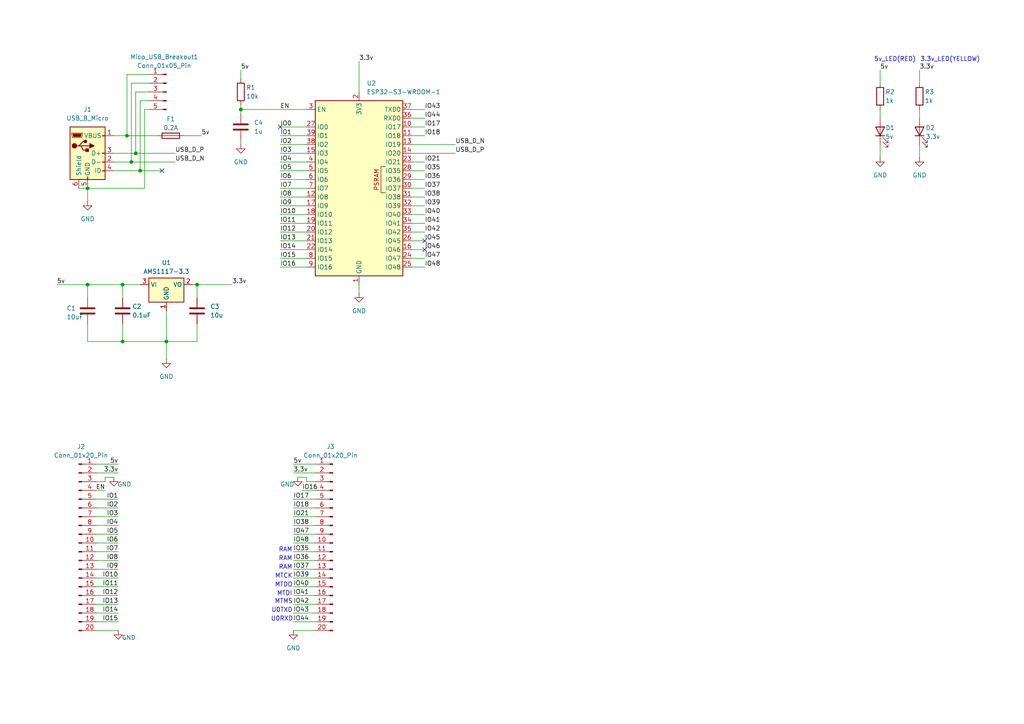
<source format=kicad_sch>
(kicad_sch (version 20231120) (generator "eeschema") (generator_version "8.0")
  (paper "A4")
  (lib_symbols
    (symbol "Connector:Conn_01x05_Pin" (pin_names (offset 1.016) hide)
      (property "Reference" "J" (at 0 7.62 0))
      (property "Value" "Conn_01x05_Pin" (at 0 -7.62 0))
      (symbol "Conn_01x05_Pin_1_1"
        (polyline (pts (xy 1.27 -5.08) (xy 0.8636 -5.08)) (stroke (width 0.1524)))
        (polyline (pts (xy 1.27 -2.54) (xy 0.8636 -2.54)) (stroke (width 0.1524)))
        (polyline (pts (xy 1.27 0) (xy 0.8636 0)) (stroke (width 0.1524)))
        (polyline (pts (xy 1.27 2.54) (xy 0.8636 2.54)) (stroke (width 0.1524)))
        (polyline (pts (xy 1.27 5.08) (xy 0.8636 5.08)) (stroke (width 0.1524)))
        (rectangle (start 0.8636 -4.953) (end 0 -5.207) (stroke (width 0.1524)) (fill (type outline)))
        (rectangle (start 0.8636 -2.413) (end 0 -2.667) (stroke (width 0.1524)) (fill (type outline)))
        (rectangle (start 0.8636 0.127) (end 0 -0.127) (stroke (width 0.1524)) (fill (type outline)))
        (rectangle (start 0.8636 2.667) (end 0 2.413) (stroke (width 0.1524)) (fill (type outline)))
        (rectangle (start 0.8636 5.207) (end 0 4.953) (stroke (width 0.1524)) (fill (type outline)))
        (pin passive line (at 5.08 5.08 180) (length 3.81) (name "Pin_1") (number "1"))
        (pin passive line (at 5.08 2.54 180) (length 3.81) (name "Pin_2") (number "2"))
        (pin passive line (at 5.08 0 180) (length 3.81) (name "Pin_3") (number "3"))
        (pin passive line (at 5.08 -2.54 180) (length 3.81) (name "Pin_4") (number "4"))
        (pin passive line (at 5.08 -5.08 180) (length 3.81) (name "Pin_5") (number "5"))
      )
    )
    (symbol "Connector:Conn_01x20_Pin" (pin_names (offset 1.016) hide)
      (property "Reference" "J" (at 0 25.4 0))
      (property "Value" "Conn_01x20_Pin" (at 0 -27.94 0))
      (symbol "Conn_01x20_Pin_1_1"
        (polyline (pts (xy 1.27 -25.4) (xy 0.8636 -25.4)) (stroke (width 0.1524)))
        (polyline (pts (xy 1.27 -22.86) (xy 0.8636 -22.86)) (stroke (width 0.1524)))
        (polyline (pts (xy 1.27 -20.32) (xy 0.8636 -20.32)) (stroke (width 0.1524)))
        (polyline (pts (xy 1.27 -17.78) (xy 0.8636 -17.78)) (stroke (width 0.1524)))
        (polyline (pts (xy 1.27 -15.24) (xy 0.8636 -15.24)) (stroke (width 0.1524)))
        (polyline (pts (xy 1.27 -12.7) (xy 0.8636 -12.7)) (stroke (width 0.1524)))
        (polyline (pts (xy 1.27 -10.16) (xy 0.8636 -10.16)) (stroke (width 0.1524)))
        (polyline (pts (xy 1.27 -7.62) (xy 0.8636 -7.62)) (stroke (width 0.1524)))
        (polyline (pts (xy 1.27 -5.08) (xy 0.8636 -5.08)) (stroke (width 0.1524)))
        (polyline (pts (xy 1.27 -2.54) (xy 0.8636 -2.54)) (stroke (width 0.1524)))
        (polyline (pts (xy 1.27 0) (xy 0.8636 0)) (stroke (width 0.1524)))
        (polyline (pts (xy 1.27 2.54) (xy 0.8636 2.54)) (stroke (width 0.1524)))
        (polyline (pts (xy 1.27 5.08) (xy 0.8636 5.08)) (stroke (width 0.1524)))
        (polyline (pts (xy 1.27 7.62) (xy 0.8636 7.62)) (stroke (width 0.1524)))
        (polyline (pts (xy 1.27 10.16) (xy 0.8636 10.16)) (stroke (width 0.1524)))
        (polyline (pts (xy 1.27 12.7) (xy 0.8636 12.7)) (stroke (width 0.1524)))
        (polyline (pts (xy 1.27 15.24) (xy 0.8636 15.24)) (stroke (width 0.1524)))
        (polyline (pts (xy 1.27 17.78) (xy 0.8636 17.78)) (stroke (width 0.1524)))
        (polyline (pts (xy 1.27 20.32) (xy 0.8636 20.32)) (stroke (width 0.1524)))
        (polyline (pts (xy 1.27 22.86) (xy 0.8636 22.86)) (stroke (width 0.1524)))
        (rectangle (start 0.8636 -25.273) (end 0 -25.527) (stroke (width 0.1524)) (fill (type outline)))
        (rectangle (start 0.8636 -22.733) (end 0 -22.987) (stroke (width 0.1524)) (fill (type outline)))
        (rectangle (start 0.8636 -20.193) (end 0 -20.447) (stroke (width 0.1524)) (fill (type outline)))
        (rectangle (start 0.8636 -17.653) (end 0 -17.907) (stroke (width 0.1524)) (fill (type outline)))
        (rectangle (start 0.8636 -15.113) (end 0 -15.367) (stroke (width 0.1524)) (fill (type outline)))
        (rectangle (start 0.8636 -12.573) (end 0 -12.827) (stroke (width 0.1524)) (fill (type outline)))
        (rectangle (start 0.8636 -10.033) (end 0 -10.287) (stroke (width 0.1524)) (fill (type outline)))
        (rectangle (start 0.8636 -7.493) (end 0 -7.747) (stroke (width 0.1524)) (fill (type outline)))
        (rectangle (start 0.8636 -4.953) (end 0 -5.207) (stroke (width 0.1524)) (fill (type outline)))
        (rectangle (start 0.8636 -2.413) (end 0 -2.667) (stroke (width 0.1524)) (fill (type outline)))
        (rectangle (start 0.8636 0.127) (end 0 -0.127) (stroke (width 0.1524)) (fill (type outline)))
        (rectangle (start 0.8636 2.667) (end 0 2.413) (stroke (width 0.1524)) (fill (type outline)))
        (rectangle (start 0.8636 5.207) (end 0 4.953) (stroke (width 0.1524)) (fill (type outline)))
        (rectangle (start 0.8636 7.747) (end 0 7.493) (stroke (width 0.1524)) (fill (type outline)))
        (rectangle (start 0.8636 10.287) (end 0 10.033) (stroke (width 0.1524)) (fill (type outline)))
        (rectangle (start 0.8636 12.827) (end 0 12.573) (stroke (width 0.1524)) (fill (type outline)))
        (rectangle (start 0.8636 15.367) (end 0 15.113) (stroke (width 0.1524)) (fill (type outline)))
        (rectangle (start 0.8636 17.907) (end 0 17.653) (stroke (width 0.1524)) (fill (type outline)))
        (rectangle (start 0.8636 20.447) (end 0 20.193) (stroke (width 0.1524)) (fill (type outline)))
        (rectangle (start 0.8636 22.987) (end 0 22.733) (stroke (width 0.1524)) (fill (type outline)))
        (pin passive line (at 5.08 22.86 180) (length 3.81) (name "Pin_1") (number "1"))
        (pin passive line (at 5.08 0 180) (length 3.81) (name "Pin_10") (number "10"))
        (pin passive line (at 5.08 -2.54 180) (length 3.81) (name "Pin_11") (number "11"))
        (pin passive line (at 5.08 -5.08 180) (length 3.81) (name "Pin_12") (number "12"))
        (pin passive line (at 5.08 -7.62 180) (length 3.81) (name "Pin_13") (number "13"))
        (pin passive line (at 5.08 -10.16 180) (length 3.81) (name "Pin_14") (number "14"))
        (pin passive line (at 5.08 -12.7 180) (length 3.81) (name "Pin_15") (number "15"))
        (pin passive line (at 5.08 -15.24 180) (length 3.81) (name "Pin_16") (number "16"))
        (pin passive line (at 5.08 -17.78 180) (length 3.81) (name "Pin_17") (number "17"))
        (pin passive line (at 5.08 -20.32 180) (length 3.81) (name "Pin_18") (number "18"))
        (pin passive line (at 5.08 -22.86 180) (length 3.81) (name "Pin_19") (number "19"))
        (pin passive line (at 5.08 20.32 180) (length 3.81) (name "Pin_2") (number "2"))
        (pin passive line (at 5.08 -25.4 180) (length 3.81) (name "Pin_20") (number "20"))
        (pin passive line (at 5.08 17.78 180) (length 3.81) (name "Pin_3") (number "3"))
        (pin passive line (at 5.08 15.24 180) (length 3.81) (name "Pin_4") (number "4"))
        (pin passive line (at 5.08 12.7 180) (length 3.81) (name "Pin_5") (number "5"))
        (pin passive line (at 5.08 10.16 180) (length 3.81) (name "Pin_6") (number "6"))
        (pin passive line (at 5.08 7.62 180) (length 3.81) (name "Pin_7") (number "7"))
        (pin passive line (at 5.08 5.08 180) (length 3.81) (name "Pin_8") (number "8"))
        (pin passive line (at 5.08 2.54 180) (length 3.81) (name "Pin_9") (number "9"))
      )
    )
    (symbol "Connector:USB_B_Micro" (pin_names (offset 1.016))
      (property "Reference" "J" (at -5.08 11.43 0))
      (property "Value" "USB_B_Micro" (at -5.08 8.89 0))
      (symbol "USB_B_Micro_0_1"
        (rectangle (start -5.08 -7.62) (end 5.08 7.62) (stroke (width 0.254)) (fill (type background)))
        (circle (center -3.81 2.159) (radius 0.635) (stroke (width 0.254)) (fill (type outline)))
        (circle (center -0.635 3.429) (radius 0.381) (stroke (width 0.254)) (fill (type outline)))
        (rectangle (start -0.127 -7.62) (end 0.127 -6.858))
        (polyline (pts (xy -1.905 2.159) (xy 0.635 2.159)) (stroke (width 0.254)))
        (polyline (pts (xy -3.175 2.159) (xy -2.54 2.159) (xy -1.27 3.429) (xy -0.635 3.429)) (stroke (width 0.254)))
        (polyline (pts (xy -2.54 2.159) (xy -1.905 2.159) (xy -1.27 0.889) (xy 0 0.889)) (stroke (width 0.254)))
        (polyline (pts (xy 0.635 2.794) (xy 0.635 1.524) (xy 1.905 2.159) (xy 0.635 2.794)) (stroke (width 0.254)) (fill (type outline)))
        (polyline (pts (xy -4.318 5.588) (xy -1.778 5.588) (xy -2.032 4.826) (xy -4.064 4.826) (xy -4.318 5.588)) (fill (type outline)))
        (polyline (pts (xy -4.699 5.842) (xy -4.699 5.588) (xy -4.445 4.826) (xy -4.445 4.572) (xy -1.651 4.572) (xy -1.651 4.826) (xy -1.397 5.588) (xy -1.397 5.842) (xy -4.699 5.842)))
        (rectangle (start 0.254 1.27) (end -0.508 0.508) (stroke (width 0.254)) (fill (type outline)))
        (rectangle (start 5.08 -5.207) (end 4.318 -4.953))
        (rectangle (start 5.08 -2.667) (end 4.318 -2.413))
        (rectangle (start 5.08 -0.127) (end 4.318 0.127))
        (rectangle (start 5.08 4.953) (end 4.318 5.207))
      )
      (symbol "USB_B_Micro_1_1"
        (pin power_out line (at 7.62 5.08 180) (length 2.54) (name "VBUS") (number "1"))
        (pin bidirectional line (at 7.62 -2.54 180) (length 2.54) (name "D-") (number "2"))
        (pin bidirectional line (at 7.62 0 180) (length 2.54) (name "D+") (number "3"))
        (pin passive line (at 7.62 -5.08 180) (length 2.54) (name "ID") (number "4"))
        (pin power_out line (at 0 -10.16 90) (length 2.54) (name "GND") (number "5"))
        (pin passive line (at -2.54 -10.16 90) (length 2.54) (name "Shield") (number "6"))
      )
    )
    (symbol "Device:C" (pin_numbers hide) (pin_names (offset 0.254))
      (property "Reference" "C" (at 0.635 2.54 0))
      (property "Value" "C" (at 0.635 -2.54 0))
      (symbol "C_0_1"
        (polyline (pts (xy -2.032 -0.762) (xy 2.032 -0.762)) (stroke (width 0.508)))
        (polyline (pts (xy -2.032 0.762) (xy 2.032 0.762)) (stroke (width 0.508)))
      )
      (symbol "C_1_1"
        (pin passive line (at 0 3.81 270) (length 2.794) (name "~") (number "1"))
        (pin passive line (at 0 -3.81 90) (length 2.794) (name "~") (number "2"))
      )
    )
    (symbol "Device:Fuse" (pin_numbers hide) (pin_names (offset 0))
      (property "Reference" "F" (at 2.032 0 90))
      (property "Value" "Fuse" (at -1.905 0 90))
      (symbol "Fuse_0_1"
        (rectangle (start -0.762 -2.54) (end 0.762 2.54) (stroke (width 0.254)))
        (polyline (pts (xy 0 2.54) (xy 0 -2.54)))
      )
      (symbol "Fuse_1_1"
        (pin passive line (at 0 3.81 270) (length 1.27) (name "~") (number "1"))
        (pin passive line (at 0 -3.81 90) (length 1.27) (name "~") (number "2"))
      )
    )
    (symbol "Device:LED" (pin_numbers hide) (pin_names (offset 1.016) hide)
      (property "Reference" "D" (at 0 2.54 0))
      (property "Value" "LED" (at 0 -2.54 0))
      (symbol "LED_0_1"
        (polyline (pts (xy -1.27 -1.27) (xy -1.27 1.27)) (stroke (width 0.254)))
        (polyline (pts (xy -1.27 0) (xy 1.27 0)))
        (polyline (pts (xy 1.27 -1.27) (xy 1.27 1.27) (xy -1.27 0) (xy 1.27 -1.27)) (stroke (width 0.254)))
        (polyline (pts (xy -3.048 -0.762) (xy -4.572 -2.286) (xy -3.81 -2.286) (xy -4.572 -2.286) (xy -4.572 -1.524)))
        (polyline (pts (xy -1.778 -0.762) (xy -3.302 -2.286) (xy -2.54 -2.286) (xy -3.302 -2.286) (xy -3.302 -1.524)))
      )
      (symbol "LED_1_1"
        (pin passive line (at -3.81 0 0) (length 2.54) (name "K") (number "1"))
        (pin passive line (at 3.81 0 180) (length 2.54) (name "A") (number "2"))
      )
    )
    (symbol "Device:R" (pin_numbers hide) (pin_names (offset 0))
      (property "Reference" "R" (at 2.032 0 90))
      (property "Value" "R" (at 0 0 90))
      (symbol "R_0_1"
        (rectangle (start -1.016 -2.54) (end 1.016 2.54) (stroke (width 0.254)))
      )
      (symbol "R_1_1"
        (pin passive line (at 0 3.81 270) (length 1.27) (name "~") (number "1"))
        (pin passive line (at 0 -3.81 90) (length 1.27) (name "~") (number "2"))
      )
    )
    (symbol "RF_Module:ESP32-S3-WROOM-1"
      (property "Reference" "U" (at -12.7 26.67 0))
      (property "Value" "ESP32-S3-WROOM-1" (at 12.7 26.67 0))
      (symbol "ESP32-S3-WROOM-1_0_0"
        (rectangle (start -12.7 25.4) (end 12.7 -25.4) (stroke (width 0.254)) (fill (type background)))
        (text "PSRAM" (at 5.08 2.54 900) (effects (font (size 1.27 1.27))))
      )
      (symbol "ESP32-S3-WROOM-1_0_1"
        (polyline (pts (xy 7.62 -1.27) (xy 6.35 -1.27) (xy 6.35 6.35) (xy 7.62 6.35)))
      )
      (symbol "ESP32-S3-WROOM-1_1_1"
        (pin power_in line (at 0 -27.94 90) (length 2.54) (name "GND") (number "1"))
        (pin bidirectional line (at 15.24 17.78 180) (length 2.54) (name "IO17") (number "10"))
        (pin bidirectional line (at 15.24 15.24 180) (length 2.54) (name "IO18") (number "11"))
        (pin bidirectional line (at -15.24 -2.54 0) (length 2.54) (name "IO8") (number "12"))
        (pin bidirectional line (at 15.24 12.7 180) (length 2.54) (name "IO19") (number "13"))
        (pin bidirectional line (at 15.24 10.16 180) (length 2.54) (name "IO20") (number "14"))
        (pin bidirectional line (at -15.24 10.16 0) (length 2.54) (name "IO3") (number "15"))
        (pin bidirectional line (at 15.24 -17.78 180) (length 2.54) (name "IO46") (number "16"))
        (pin bidirectional line (at -15.24 -5.08 0) (length 2.54) (name "IO9") (number "17"))
        (pin bidirectional line (at -15.24 -7.62 0) (length 2.54) (name "IO10") (number "18"))
        (pin bidirectional line (at -15.24 -10.16 0) (length 2.54) (name "IO11") (number "19"))
        (pin power_in line (at 0 27.94 270) (length 2.54) (name "3V3") (number "2"))
        (pin bidirectional line (at -15.24 -12.7 0) (length 2.54) (name "IO12") (number "20"))
        (pin bidirectional line (at -15.24 -15.24 0) (length 2.54) (name "IO13") (number "21"))
        (pin bidirectional line (at -15.24 -17.78 0) (length 2.54) (name "IO14") (number "22"))
        (pin bidirectional line (at 15.24 7.62 180) (length 2.54) (name "IO21") (number "23"))
        (pin bidirectional line (at 15.24 -20.32 180) (length 2.54) (name "IO47") (number "24"))
        (pin bidirectional line (at 15.24 -22.86 180) (length 2.54) (name "IO48") (number "25"))
        (pin bidirectional line (at 15.24 -15.24 180) (length 2.54) (name "IO45") (number "26"))
        (pin bidirectional line (at -15.24 17.78 0) (length 2.54) (name "IO0") (number "27"))
        (pin bidirectional line (at 15.24 5.08 180) (length 2.54) (name "IO35") (number "28"))
        (pin bidirectional line (at 15.24 2.54 180) (length 2.54) (name "IO36") (number "29"))
        (pin input line (at -15.24 22.86 0) (length 2.54) (name "EN") (number "3"))
        (pin bidirectional line (at 15.24 0 180) (length 2.54) (name "IO37") (number "30"))
        (pin bidirectional line (at 15.24 -2.54 180) (length 2.54) (name "IO38") (number "31"))
        (pin bidirectional line (at 15.24 -5.08 180) (length 2.54) (name "IO39") (number "32"))
        (pin bidirectional line (at 15.24 -7.62 180) (length 2.54) (name "IO40") (number "33"))
        (pin bidirectional line (at 15.24 -10.16 180) (length 2.54) (name "IO41") (number "34"))
        (pin bidirectional line (at 15.24 -12.7 180) (length 2.54) (name "IO42") (number "35"))
        (pin bidirectional line (at 15.24 20.32 180) (length 2.54) (name "RXD0") (number "36"))
        (pin bidirectional line (at 15.24 22.86 180) (length 2.54) (name "TXD0") (number "37"))
        (pin bidirectional line (at -15.24 12.7 0) (length 2.54) (name "IO2") (number "38"))
        (pin bidirectional line (at -15.24 15.24 0) (length 2.54) (name "IO1") (number "39"))
        (pin bidirectional line (at -15.24 7.62 0) (length 2.54) (name "IO4") (number "4"))
        (pin passive line (at 0 -27.94 90) (length 2.54) hide (name "GND") (number "40"))
        (pin passive line (at 0 -27.94 90) (length 2.54) hide (name "GND") (number "41"))
        (pin bidirectional line (at -15.24 5.08 0) (length 2.54) (name "IO5") (number "5"))
        (pin bidirectional line (at -15.24 2.54 0) (length 2.54) (name "IO6") (number "6"))
        (pin bidirectional line (at -15.24 0 0) (length 2.54) (name "IO7") (number "7"))
        (pin bidirectional line (at -15.24 -20.32 0) (length 2.54) (name "IO15") (number "8"))
        (pin bidirectional line (at -15.24 -22.86 0) (length 2.54) (name "IO16") (number "9"))
      )
    )
    (symbol "Regulator_Linear:AMS1117-3.3"
      (property "Reference" "U" (at -3.81 3.175 0))
      (property "Value" "AMS1117-3.3" (at 0 3.175 0))
      (symbol "AMS1117-3.3_0_1"
        (rectangle (start -5.08 -5.08) (end 5.08 1.905) (stroke (width 0.254)) (fill (type background)))
      )
      (symbol "AMS1117-3.3_1_1"
        (pin power_in line (at 0 -7.62 90) (length 2.54) (name "GND") (number "1"))
        (pin power_out line (at 7.62 0 180) (length 2.54) (name "VO") (number "2"))
        (pin power_in line (at -7.62 0 0) (length 2.54) (name "VI") (number "3"))
      )
    )
    (symbol "power:GND" (power) (pin_numbers hide) (pin_names (offset 0) hide)
      (property "Value" "GND" (at 0 -3.81 0))
      (symbol "GND_0_1"
        (polyline (pts (xy 0 0) (xy 0 -1.27) (xy 1.27 -1.27) (xy 0 -2.54) (xy -1.27 -1.27) (xy 0 -1.27)))
      )
      (symbol "GND_1_1"
        (pin power_in line (at 0 0 270) (length 0) (name "~") (number "1"))
      )
    )
  )
  (junction (at 48.26 99.06))
  (junction (at 69.85 31.75))
  (junction (at 35.56 82.55))
  (junction (at 38.1 46.99))
  (junction (at 25.4 54.61))
  (junction (at 39.37 44.45))
  (junction (at 25.4 82.55))
  (junction (at 35.56 99.06))
  (junction (at 57.15 82.55))
  (junction (at 36.83 39.37))
  (junction (at 40.64 49.53))
  (no_connect (at 46.99 49.53))
  (no_connect (at 81.28 36.83))
  (no_connect (at 123.19 72.39))
  (no_connect (at 123.19 69.85))
  (wire (pts (xy 27.94 157.48) (xy 34.29 157.48)))
  (wire (pts (xy 38.1 46.99) (xy 50.8 46.99)))
  (wire (pts (xy 85.09 144.78) (xy 91.44 144.78)))
  (wire (pts (xy 33.02 49.53) (xy 40.64 49.53)))
  (wire (pts (xy 85.09 157.48) (xy 91.44 157.48)))
  (wire (pts (xy 40.64 49.53) (xy 46.99 49.53)))
  (wire (pts (xy 48.26 99.06) (xy 57.15 99.06)))
  (wire (pts (xy 119.38 49.53) (xy 123.19 49.53)))
  (wire (pts (xy 27.94 154.94) (xy 34.29 154.94)))
  (wire (pts (xy 85.09 182.88) (xy 91.44 182.88)))
  (wire (pts (xy 119.38 69.85) (xy 123.19 69.85)))
  (wire (pts (xy 81.28 64.77) (xy 88.9 64.77)))
  (wire (pts (xy 35.56 99.06) (xy 48.26 99.06)))
  (wire (pts (xy 27.94 182.88) (xy 34.29 182.88)))
  (wire (pts (xy 43.18 21.59) (xy 36.83 21.59)))
  (wire (pts (xy 25.4 82.55) (xy 35.56 82.55)))
  (wire (pts (xy 57.15 82.55) (xy 55.88 82.55)))
  (wire (pts (xy 85.09 180.34) (xy 91.44 180.34)))
  (wire (pts (xy 81.28 39.37) (xy 88.9 39.37)))
  (wire (pts (xy 30.48 138.43) (xy 30.48 139.7)))
  (wire (pts (xy 40.64 29.21) (xy 40.64 49.53)))
  (wire (pts (xy 119.38 46.99) (xy 123.19 46.99)))
  (wire (pts (xy 119.38 64.77) (xy 123.19 64.77)))
  (wire (pts (xy 43.18 26.67) (xy 39.37 26.67)))
  (wire (pts (xy 255.27 31.75) (xy 255.27 34.29)))
  (wire (pts (xy 85.09 172.72) (xy 91.44 172.72)))
  (wire (pts (xy 266.7 20.32) (xy 266.7 24.13)))
  (wire (pts (xy 27.94 147.32) (xy 34.29 147.32)))
  (wire (pts (xy 69.85 31.75) (xy 88.9 31.75)))
  (wire (pts (xy 22.86 54.61) (xy 25.4 54.61)))
  (wire (pts (xy 33.02 138.43) (xy 30.48 138.43)))
  (wire (pts (xy 27.94 137.16) (xy 34.29 137.16)))
  (wire (pts (xy 27.94 134.62) (xy 34.29 134.62)))
  (wire (pts (xy 85.09 177.8) (xy 91.44 177.8)))
  (wire (pts (xy 27.94 170.18) (xy 34.29 170.18)))
  (wire (pts (xy 104.14 17.78) (xy 104.14 26.67)))
  (wire (pts (xy 81.28 52.07) (xy 88.9 52.07)))
  (wire (pts (xy 81.28 46.99) (xy 88.9 46.99)))
  (wire (pts (xy 119.38 67.31) (xy 123.19 67.31)))
  (wire (pts (xy 16.51 82.55) (xy 25.4 82.55)))
  (wire (pts (xy 86.36 138.43) (xy 88.9 138.43)))
  (wire (pts (xy 91.44 137.16) (xy 85.09 137.16)))
  (wire (pts (xy 39.37 44.45) (xy 50.8 44.45)))
  (wire (pts (xy 266.7 41.91) (xy 266.7 45.72)))
  (wire (pts (xy 85.09 167.64) (xy 91.44 167.64)))
  (wire (pts (xy 27.94 149.86) (xy 34.29 149.86)))
  (wire (pts (xy 27.94 139.7) (xy 30.48 139.7)))
  (wire (pts (xy 266.7 31.75) (xy 266.7 34.29)))
  (wire (pts (xy 53.34 39.37) (xy 58.42 39.37)))
  (wire (pts (xy 27.94 177.8) (xy 34.29 177.8)))
  (wire (pts (xy 27.94 167.64) (xy 34.29 167.64)))
  (wire (pts (xy 35.56 82.55) (xy 35.56 86.36)))
  (wire (pts (xy 69.85 20.32) (xy 69.85 22.86)))
  (wire (pts (xy 27.94 144.78) (xy 34.29 144.78)))
  (wire (pts (xy 69.85 31.75) (xy 69.85 33.02)))
  (wire (pts (xy 81.28 72.39) (xy 88.9 72.39)))
  (wire (pts (xy 27.94 152.4) (xy 34.29 152.4)))
  (wire (pts (xy 33.02 39.37) (xy 36.83 39.37)))
  (wire (pts (xy 85.09 165.1) (xy 91.44 165.1)))
  (wire (pts (xy 27.94 175.26) (xy 34.29 175.26)))
  (wire (pts (xy 25.4 99.06) (xy 35.56 99.06)))
  (wire (pts (xy 33.02 44.45) (xy 39.37 44.45)))
  (wire (pts (xy 25.4 54.61) (xy 25.4 58.42)))
  (wire (pts (xy 119.38 77.47) (xy 123.19 77.47)))
  (wire (pts (xy 119.38 72.39) (xy 123.19 72.39)))
  (wire (pts (xy 88.9 138.43) (xy 88.9 139.7)))
  (wire (pts (xy 41.91 31.75) (xy 43.18 31.75)))
  (wire (pts (xy 27.94 165.1) (xy 34.29 165.1)))
  (wire (pts (xy 85.09 160.02) (xy 91.44 160.02)))
  (wire (pts (xy 81.28 57.15) (xy 88.9 57.15)))
  (wire (pts (xy 91.44 139.7) (xy 88.9 139.7)))
  (wire (pts (xy 27.94 142.24) (xy 30.48 142.24)))
  (wire (pts (xy 85.09 152.4) (xy 91.44 152.4)))
  (wire (pts (xy 81.28 77.47) (xy 88.9 77.47)))
  (wire (pts (xy 35.56 82.55) (xy 40.64 82.55)))
  (wire (pts (xy 81.28 69.85) (xy 88.9 69.85)))
  (wire (pts (xy 38.1 24.13) (xy 38.1 46.99)))
  (wire (pts (xy 35.56 93.98) (xy 35.56 99.06)))
  (wire (pts (xy 85.09 149.86) (xy 91.44 149.86)))
  (wire (pts (xy 119.38 44.45) (xy 132.08 44.45)))
  (wire (pts (xy 36.83 21.59) (xy 36.83 39.37)))
  (wire (pts (xy 119.38 41.91) (xy 132.08 41.91)))
  (wire (pts (xy 85.09 170.18) (xy 91.44 170.18)))
  (wire (pts (xy 81.28 41.91) (xy 88.9 41.91)))
  (wire (pts (xy 57.15 93.98) (xy 57.15 99.06)))
  (wire (pts (xy 91.44 134.62) (xy 85.09 134.62)))
  (wire (pts (xy 85.09 175.26) (xy 91.44 175.26)))
  (wire (pts (xy 87.63 142.24) (xy 91.44 142.24)))
  (wire (pts (xy 81.28 44.45) (xy 88.9 44.45)))
  (wire (pts (xy 69.85 40.64) (xy 69.85 41.91)))
  (wire (pts (xy 27.94 162.56) (xy 34.29 162.56)))
  (wire (pts (xy 25.4 93.98) (xy 25.4 99.06)))
  (wire (pts (xy 119.38 57.15) (xy 123.19 57.15)))
  (wire (pts (xy 119.38 34.29) (xy 123.19 34.29)))
  (wire (pts (xy 41.91 31.75) (xy 41.91 54.61)))
  (wire (pts (xy 119.38 54.61) (xy 123.19 54.61)))
  (wire (pts (xy 81.28 54.61) (xy 88.9 54.61)))
  (wire (pts (xy 27.94 160.02) (xy 34.29 160.02)))
  (wire (pts (xy 27.94 180.34) (xy 34.29 180.34)))
  (wire (pts (xy 43.18 29.21) (xy 40.64 29.21)))
  (wire (pts (xy 85.09 147.32) (xy 91.44 147.32)))
  (wire (pts (xy 33.02 46.99) (xy 38.1 46.99)))
  (wire (pts (xy 81.28 67.31) (xy 88.9 67.31)))
  (wire (pts (xy 119.38 52.07) (xy 123.19 52.07)))
  (wire (pts (xy 85.09 154.94) (xy 91.44 154.94)))
  (wire (pts (xy 48.26 99.06) (xy 48.26 104.14)))
  (wire (pts (xy 119.38 31.75) (xy 123.19 31.75)))
  (wire (pts (xy 255.27 41.91) (xy 255.27 45.72)))
  (wire (pts (xy 41.91 54.61) (xy 25.4 54.61)))
  (wire (pts (xy 85.09 162.56) (xy 91.44 162.56)))
  (wire (pts (xy 119.38 62.23) (xy 123.19 62.23)))
  (wire (pts (xy 81.28 49.53) (xy 88.9 49.53)))
  (wire (pts (xy 119.38 59.69) (xy 123.19 59.69)))
  (wire (pts (xy 39.37 26.67) (xy 39.37 44.45)))
  (wire (pts (xy 81.28 36.83) (xy 88.9 36.83)))
  (wire (pts (xy 81.28 62.23) (xy 88.9 62.23)))
  (wire (pts (xy 81.28 74.93) (xy 88.9 74.93)))
  (wire (pts (xy 27.94 172.72) (xy 34.29 172.72)))
  (wire (pts (xy 36.83 39.37) (xy 45.72 39.37)))
  (wire (pts (xy 48.26 90.17) (xy 48.26 99.06)))
  (wire (pts (xy 43.18 24.13) (xy 38.1 24.13)))
  (wire (pts (xy 255.27 20.32) (xy 255.27 24.13)))
  (wire (pts (xy 119.38 74.93) (xy 123.19 74.93)))
  (wire (pts (xy 119.38 39.37) (xy 123.19 39.37)))
  (wire (pts (xy 81.28 59.69) (xy 88.9 59.69)))
  (wire (pts (xy 69.85 30.48) (xy 69.85 31.75)))
  (wire (pts (xy 57.15 82.55) (xy 67.31 82.55)))
  (wire (pts (xy 25.4 82.55) (xy 25.4 86.36)))
  (wire (pts (xy 119.38 36.83) (xy 123.19 36.83)))
  (wire (pts (xy 57.15 82.55) (xy 57.15 86.36)))
  (wire (pts (xy 104.14 82.55) (xy 104.14 85.09)))
  (text "5v_LED(RED)" (at 259.588 17.272 0) (effects (font (size 1.27 1.27))))
  (text "RAM" (at 82.804 162.052 0) (effects (font (size 1.27 1.27))))
  (text "MTMS" (at 82.296 174.498 0) (effects (font (size 1.27 1.27))))
  (text "MTCK" (at 82.296 167.132 0) (effects (font (size 1.27 1.27))))
  (text "RAM" (at 82.804 164.592 0) (effects (font (size 1.27 1.27))))
  (text "U0RXD" (at 81.788 179.578 0) (effects (font (size 1.27 1.27))))
  (text "3.3v_LED(YELLOW)" (at 275.59 17.272 0) (effects (font (size 1.27 1.27))))
  (text "MTDI" (at 82.55 172.212 0) (effects (font (size 1.27 1.27))))
  (text "RAM" (at 82.804 159.512 0) (effects (font (size 1.27 1.27))))
  (text "MTDO" (at 82.296 169.672 0) (effects (font (size 1.27 1.27))))
  (text "U0TXD" (at 81.788 177.038 0) (effects (font (size 1.27 1.27))))
  (label "IO48" (at 85.09 157.48 0))
  (label "IO42" (at 85.09 175.26 0))
  (label "IO46" (at 123.19 72.39 0))
  (label "IO45" (at 123.19 69.85 0))
  (label "IO16" (at 87.63 142.24 0))
  (label "5v" (at 255.27 20.32 0))
  (label "IO10" (at 81.28 62.23 0))
  (label "3.3v" (at 104.14 17.78 0))
  (label "IO36" (at 123.19 52.07 0))
  (label "IO10" (at 34.29 167.64 180))
  (label "IO4" (at 81.28 46.99 0))
  (label "5v" (at 58.42 39.37 0))
  (label "3.3v" (at 67.31 82.55 0))
  (label "IO9" (at 81.28 59.69 0))
  (label "3.3v" (at 34.29 137.16 180))
  (label "IO43" (at 85.09 177.8 0))
  (label "IO18" (at 123.19 39.37 0))
  (label "IO11" (at 81.28 64.77 0))
  (label "IO37" (at 85.09 165.1 0))
  (label "IO44" (at 85.09 180.34 0))
  (label "IO3" (at 34.29 149.86 180))
  (label "IO0" (at 81.28 36.83 0))
  (label "IO7" (at 34.29 160.02 180))
  (label "IO12" (at 81.28 67.31 0))
  (label "IO44" (at 123.19 34.29 0))
  (label "IO35" (at 123.19 49.53 0))
  (label "IO3" (at 81.28 44.45 0))
  (label "IO14" (at 34.29 177.8 180))
  (label "5v" (at 16.51 82.55 0))
  (label "IO8" (at 34.29 162.56 180))
  (label "IO1" (at 34.29 144.78 180))
  (label "IO2" (at 81.28 41.91 0))
  (label "IO4" (at 34.29 152.4 180))
  (label "IO37" (at 123.19 54.61 0))
  (label "IO43" (at 123.19 31.75 0))
  (label "IO12" (at 34.29 172.72 180))
  (label "IO5" (at 81.28 49.53 0))
  (label "IO42" (at 123.19 67.31 0))
  (label "IO6" (at 81.28 52.07 0))
  (label "EN" (at 81.28 31.75 0))
  (label "IO16" (at 81.28 77.47 0))
  (label "IO13" (at 34.29 175.26 180))
  (label "EN" (at 30.48 142.24 180))
  (label "IO13" (at 81.28 69.85 0))
  (label "IO15" (at 34.29 180.34 180))
  (label "USB_D_N" (at 50.8 46.99 0))
  (label "IO9" (at 34.29 165.1 180))
  (label "IO40" (at 123.19 62.23 0))
  (label "IO41" (at 123.19 64.77 0))
  (label "IO41" (at 85.09 172.72 0))
  (label "5v" (at 34.29 134.62 180))
  (label "3.3v" (at 85.09 137.16 0))
  (label "IO35" (at 85.09 160.02 0))
  (label "IO14" (at 81.28 72.39 0))
  (label "IO11" (at 34.29 170.18 180))
  (label "USB_D_N" (at 132.08 41.91 0))
  (label "IO15" (at 81.28 74.93 0))
  (label "IO36" (at 85.09 162.56 0))
  (label "USB_D_P" (at 50.8 44.45 0))
  (label "IO38" (at 85.09 152.4 0))
  (label "IO18" (at 85.09 147.32 0))
  (label "IO17" (at 85.09 144.78 0))
  (label "IO21" (at 123.19 46.99 0))
  (label "IO2" (at 34.29 147.32 180))
  (label "5v" (at 69.85 20.32 0))
  (label "IO39" (at 85.09 167.64 0))
  (label "USB_D_P" (at 132.08 44.45 0))
  (label "IO47" (at 85.09 154.94 0))
  (label "IO1" (at 81.28 39.37 0))
  (label "3.3v" (at 266.7 20.32 0))
  (label "IO5" (at 34.29 154.94 180))
  (label "IO17" (at 123.19 36.83 0))
  (label "IO7" (at 81.28 54.61 0))
  (label "IO48" (at 123.19 77.47 0))
  (label "IO39" (at 123.19 59.69 0))
  (label "IO38" (at 123.19 57.15 0))
  (label "IO40" (at 85.09 170.18 0))
  (label "IO6" (at 34.29 157.48 180))
  (label "IO47" (at 123.19 74.93 0))
  (label "IO21" (at 85.09 149.86 0))
  (label "IO8" (at 81.28 57.15 0))
  (label "5v" (at 85.09 134.62 0))
  (symbol (lib_id "power:GND") (at 104.14 85.09 0) (unit 1)
    (property "Reference" "#PWR06" (effects (hide yes)))
    (property "Value" "GND" (at 104.14 90.17 0))
    (property "Description" "Power symbol creates a global label with name \"GND\" , ground" (effects (hide yes)))
  )
  (symbol (lib_id "power:GND") (at 25.4 58.42 0) (unit 1)
    (property "Reference" "#PWR01" (effects (hide yes)))
    (property "Value" "GND" (at 25.4 63.5 0))
    (property "Description" "Power symbol creates a global label with name \"GND\" , ground" (effects (hide yes)))
  )
  (symbol (lib_id "Device:LED") (at 266.7 38.1 90) (unit 1)
    (property "Reference" "D2" (at 268.478 37.084 90) (effects (justify right)))
    (property "Value" "3.3v" (at 268.478 39.624 90) (effects (justify right)))
    (property "Footprint" "Ivar_footprint_library:IVAR_0603_SMD_LED" (effects (hide yes)))
    (property "Description" "Light emitting diode" (effects (hide yes)))
  )
  (symbol (lib_id "Connector:Conn_01x20_Pin") (at 22.86 157.48 0) (unit 1)
    (property "Reference" "J2" (at 23.495 129.54 0))
    (property "Value" "Conn_01x20_Pin" (at 23.495 132.08 0))
    (property "Footprint" "Connector_PinHeader_2.54mm:PinHeader_1x20_P2.54mm_Vertical" (effects (hide yes)))
    (property "Description" "Generic connector, single row, 01x20, script generated" (effects (hide yes)))
  )
  (symbol (lib_id "Connector:USB_B_Micro") (at 25.4 44.45 0) (unit 1)
    (property "Reference" "J1" (at 25.4 31.75 0))
    (property "Value" "USB_B_Micro" (at 25.4 34.29 0))
    (property "Footprint" "Connector_USB:USB_Micro-B_Amphenol_10103594-0001LF_Horizontal" (effects (hide yes)))
    (property "Description" "USB Micro Type B connector" (effects (hide yes)))
  )
  (symbol (lib_id "Connector:Conn_01x20_Pin") (at 96.52 157.48 0) (mirror y) (unit 1)
    (property "Reference" "J3" (at 95.885 129.54 0))
    (property "Value" "Conn_01x20_Pin" (at 95.885 132.08 0))
    (property "Footprint" "Connector_PinHeader_2.54mm:PinHeader_1x20_P2.54mm_Vertical" (effects (hide yes)))
    (property "Description" "Generic connector, single row, 01x20, script generated" (effects (hide yes)))
  )
  (symbol (lib_id "power:GND") (at 85.09 182.88 0) (unit 1)
    (property "Reference" "#PWR07" (effects (hide yes)))
    (property "Value" "GND" (at 85.09 187.96 0))
    (property "Description" "Power symbol creates a global label with name \"GND\" , ground" (effects (hide yes)))
  )
  (symbol (lib_id "Regulator_Linear:AMS1117-3.3") (at 48.26 82.55 0) (unit 1)
    (property "Reference" "U1" (at 48.26 76.2 0))
    (property "Value" "AMS1117-3.3" (at 48.26 78.74 0))
    (property "Footprint" "Package_TO_SOT_SMD:SOT-223-3_TabPin2" (effects (hide yes)))
    (property "Datasheet" "http://www.advanced-monolithic.com/pdf/ds1117.pdf" (effects (hide yes)))
    (property "Description" "1A Low Dropout regulator, positive, 3.3V fixed output, SOT-223" (effects (hide yes)))
  )
  (symbol (lib_id "Device:R") (at 69.85 26.67 0) (unit 1)
    (property "Reference" "R1" (at 71.374 25.4 0) (effects (justify left)))
    (property "Value" "10k" (at 71.374 27.94 0) (effects (justify left)))
    (property "Footprint" "Ivar_footprint_library:IVAR_1206_SMD_R" (effects (hide yes)))
    (property "Description" "Resistor" (effects (hide yes)))
  )
  (symbol (lib_id "power:GND") (at 255.27 45.72 0) (unit 1)
    (property "Reference" "#PWR09" (effects (hide yes)))
    (property "Value" "GND" (at 255.27 50.8 0))
    (property "Description" "Power symbol creates a global label with name \"GND\" , ground" (effects (hide yes)))
  )
  (symbol (lib_id "Device:C") (at 35.56 90.17 0) (unit 1)
    (property "Reference" "C2" (at 38.354 88.9 0) (effects (justify left)))
    (property "Value" "0.1uF" (at 38.354 91.44 0) (effects (justify left)))
    (property "Footprint" "Ivar_footprint_library:IVAR_1206_SMD_C" (effects (hide yes)))
    (property "Description" "Unpolarized capacitor" (effects (hide yes)))
  )
  (symbol (lib_id "power:GND") (at 86.36 138.43 0) (mirror y) (unit 1)
    (property "Reference" "#PWR08" (effects (hide yes)))
    (property "Value" "GND" (at 83.312 140.462 0))
    (property "Description" "Power symbol creates a global label with name \"GND\" , ground" (effects (hide yes)))
  )
  (symbol (lib_id "Device:Fuse") (at 49.53 39.37 90) (unit 1)
    (property "Reference" "F1" (at 49.53 34.544 90))
    (property "Value" "0.2A" (at 49.53 37.084 90))
    (property "Footprint" "Ivar_footprint_library:IVAR_1206_SMD_FUSE" (effects (hide yes)))
    (property "Description" "Fuse" (effects (hide yes)))
  )
  (symbol (lib_id "Device:LED") (at 255.27 38.1 90) (unit 1)
    (property "Reference" "D1" (at 256.794 37.084 90) (effects (justify right)))
    (property "Value" "5v" (at 256.794 39.624 90) (effects (justify right)))
    (property "Footprint" "Ivar_footprint_library:IVAR_0603_SMD_LED" (effects (hide yes)))
    (property "Description" "Light emitting diode" (effects (hide yes)))
  )
  (symbol (lib_id "power:GND") (at 34.29 182.88 0) (unit 1)
    (property "Reference" "#PWR05" (effects (hide yes)))
    (property "Value" "GND" (at 37.338 184.912 0))
    (property "Description" "Power symbol creates a global label with name \"GND\" , ground" (effects (hide yes)))
  )
  (symbol (lib_id "Device:C") (at 57.15 90.17 0) (unit 1)
    (property "Reference" "C3" (at 60.96 88.8999 0) (effects (justify left)))
    (property "Value" "10u" (at 60.96 91.4399 0) (effects (justify left)))
    (property "Footprint" "Ivar_footprint_library:IVAR_1206_SMD_C" (effects (hide yes)))
    (property "Description" "Unpolarized capacitor" (effects (hide yes)))
  )
  (symbol (lib_id "RF_Module:ESP32-S3-WROOM-1") (at 104.14 54.61 0) (unit 1)
    (property "Reference" "U2" (at 106.3341 24.13 0) (effects (justify left)))
    (property "Value" "ESP32-S3-WROOM-1" (at 106.3341 26.67 0) (effects (justify left)))
    (property "Footprint" "RF_Module:ESP32-S3-WROOM-1" (effects (hide yes)))
    (property "Datasheet" "https://www.espressif.com/sites/default/files/documentation/esp32-s3-wroom-1_wroom-1u_datasheet_en.pdf" (effects (hide yes)))
    (property "Description" "RF Module, ESP32-S3 SoC, Wi-Fi 802.11b/g/n, Bluetooth, BLE, 32-bit, 3.3V, onboard antenna, SMD" (effects (hide yes)))
  )
  (symbol (lib_id "Device:C") (at 25.4 90.17 0) (unit 1)
    (property "Reference" "C1" (at 19.304 89.408 0) (effects (justify left)))
    (property "Value" "10uF" (at 19.304 91.948 0) (effects (justify left)))
    (property "Footprint" "Ivar_footprint_library:IVAR_1206_SMD_C" (effects (hide yes)))
    (property "Description" "Unpolarized capacitor" (effects (hide yes)))
  )
  (symbol (lib_id "Device:C") (at 69.85 36.83 0) (unit 1)
    (property "Reference" "C4" (at 73.66 35.5599 0) (effects (justify left)))
    (property "Value" "1u" (at 73.66 38.0999 0) (effects (justify left)))
    (property "Footprint" "Ivar_footprint_library:IVAR_1206_SMD_C" (effects (hide yes)))
    (property "Description" "Unpolarized capacitor" (effects (hide yes)))
  )
  (symbol (lib_id "power:GND") (at 266.7 45.72 0) (unit 1)
    (property "Reference" "#PWR010" (effects (hide yes)))
    (property "Value" "GND" (at 266.7 50.8 0))
    (property "Description" "Power symbol creates a global label with name \"GND\" , ground" (effects (hide yes)))
  )
  (symbol (lib_id "Device:R") (at 255.27 27.94 0) (unit 1)
    (property "Reference" "R2" (at 256.794 26.67 0) (effects (justify left)))
    (property "Value" "1k" (at 256.794 29.21 0) (effects (justify left)))
    (property "Footprint" "Ivar_footprint_library:IVAR_1206_SMD_R" (effects (hide yes)))
    (property "Description" "Resistor" (effects (hide yes)))
  )
  (symbol (lib_id "power:GND") (at 69.85 41.91 0) (unit 1)
    (property "Reference" "#PWR03" (effects (hide yes)))
    (property "Value" "GND" (at 69.85 46.99 0))
    (property "Description" "Power symbol creates a global label with name \"GND\" , ground" (effects (hide yes)))
  )
  (symbol (lib_id "power:GND") (at 33.02 138.43 0) (unit 1)
    (property "Reference" "#PWR04" (effects (hide yes)))
    (property "Value" "GND" (at 36.068 140.462 0))
    (property "Description" "Power symbol creates a global label with name \"GND\" , ground" (effects (hide yes)))
  )
  (symbol (lib_id "power:GND") (at 48.26 104.14 0) (unit 1)
    (property "Reference" "#PWR02" (effects (hide yes)))
    (property "Value" "GND" (at 48.26 109.22 0))
    (property "Description" "Power symbol creates a global label with name \"GND\" , ground" (effects (hide yes)))
  )
  (symbol (lib_id "Device:R") (at 266.7 27.94 0) (unit 1)
    (property "Reference" "R3" (at 268.224 26.67 0) (effects (justify left)))
    (property "Value" "1k" (at 268.224 29.21 0) (effects (justify left)))
    (property "Footprint" "Ivar_footprint_library:IVAR_1206_SMD_R" (effects (hide yes)))
    (property "Description" "Resistor" (effects (hide yes)))
  )
  (symbol (lib_id "Connector:Conn_01x05_Pin") (at 48.26 26.67 0) (mirror y) (unit 1)
    (property "Reference" "Mico_USB_Breakout1" (at 47.625 16.51 0))
    (property "Value" "Conn_01x05_Pin" (at 47.625 19.05 0))
    (property "Footprint" "Ivar_footprint_library:IVAR_Micro_USB_breakout_board_5pin" (effects (hide yes)))
    (property "Description" "Generic connector, single row, 01x05, script generated" (effects (hide yes)))
  )
)
</source>
